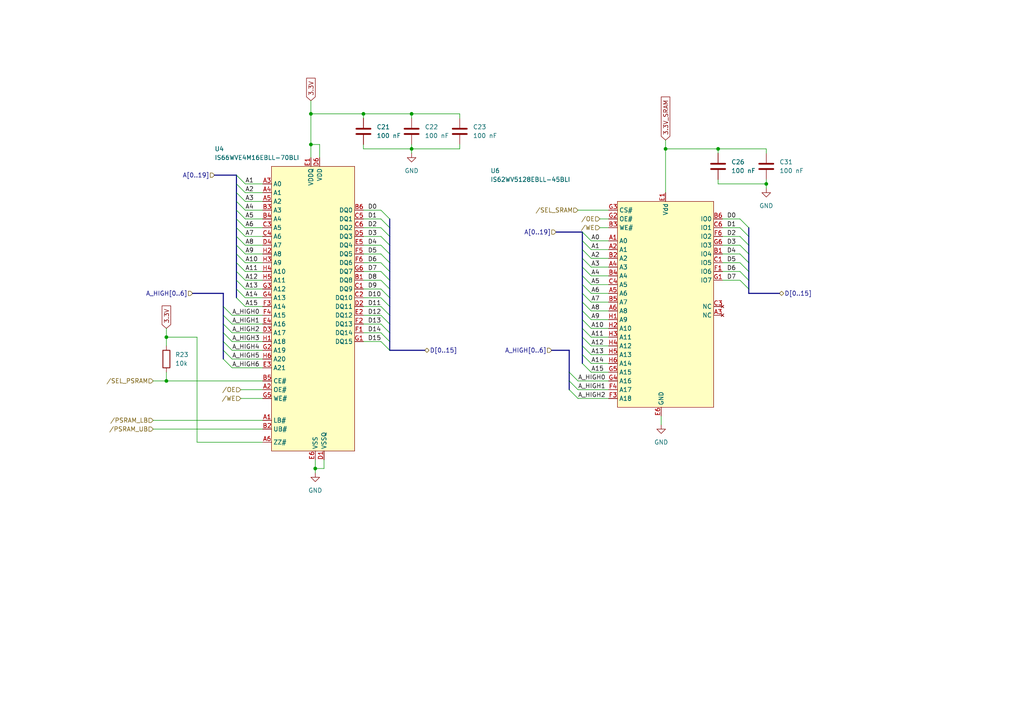
<source format=kicad_sch>
(kicad_sch (version 20230121) (generator eeschema)
  (paper "A4")
  (lib_symbols
    (symbol "Device:C" (pin_numbers hide) (pin_names (offset 0.254))
      (property "Reference" "C" (at 0.635 2.54 0))
      (property "Value" "C" (at 0.635 -2.54 0))
      (symbol "C_0_1"
        (polyline (pts (xy -2.032 -0.762) (xy 2.032 -0.762)) (stroke (width 0.508)))
        (polyline (pts (xy -2.032 0.762) (xy 2.032 0.762)) (stroke (width 0.508)))
      )
      (symbol "C_1_1"
        (pin passive line (at 0 3.81 270) (length 2.794) (name "~") (number "1"))
        (pin passive line (at 0 -3.81 90) (length 2.794) (name "~") (number "2"))
      )
    )
    (symbol "Device:R" (pin_numbers hide) (pin_names (offset 0))
      (property "Reference" "R" (at 2.032 0 90))
      (property "Value" "R" (at 0 0 90))
      (symbol "R_0_1"
        (rectangle (start -1.016 -2.54) (end 1.016 2.54) (stroke (width 0.254)))
      )
      (symbol "R_1_1"
        (pin passive line (at 0 3.81 270) (length 1.27) (name "~") (number "1"))
        (pin passive line (at 0 -3.81 90) (length 1.27) (name "~") (number "2"))
      )
    )
    (symbol "nileswan:IS62WV5128EBLL-45BLI"
      (property "Reference" "U" (at 0 0 0))
      (property "Value" "IS62WV5128EBLL-45BLI" (at 0 0 0))
      (symbol "IS62WV5128EBLL-45BLI_1_0"
        (pin no_connect line (at 24.13 -34.29 180) (length 2.54) (name "NC") (number "A3"))
        (pin no_connect line (at 24.13 -31.75 180) (length 2.54) (name "NC") (number "C3"))
      )
      (symbol "IS62WV5128EBLL-45BLI_1_1"
        (rectangle (start -6.35 -1.27) (end 21.59 -60.96) (fill (type background)))
        (pin input line (at -8.89 -12.7 0) (length 2.54) (name "A0") (number "A1"))
        (pin input line (at -8.89 -15.24 0) (length 2.54) (name "A1") (number "A2"))
        (pin input line (at -8.89 -20.32 0) (length 2.54) (name "A3") (number "A4"))
        (pin input line (at -8.89 -27.94 0) (length 2.54) (name "A6") (number "A5"))
        (pin input line (at -8.89 -33.02 0) (length 2.54) (name "A8") (number "A6"))
        (pin bidirectional line (at 24.13 -16.51 180) (length 2.54) (name "IO4") (number "B1"))
        (pin input line (at -8.89 -17.78 0) (length 2.54) (name "A2") (number "B2"))
        (pin input line (at -8.89 -8.89 0) (length 2.54) (name "WE#") (number "B3"))
        (pin input line (at -8.89 -22.86 0) (length 2.54) (name "A4") (number "B4"))
        (pin input line (at -8.89 -30.48 0) (length 2.54) (name "A7") (number "B5"))
        (pin bidirectional line (at 24.13 -6.35 180) (length 2.54) (name "IO0") (number "B6"))
        (pin bidirectional line (at 24.13 -19.05 180) (length 2.54) (name "IO5") (number "C1"))
        (pin input line (at -8.89 -25.4 0) (length 2.54) (name "A5") (number "C4"))
        (pin bidirectional line (at 24.13 -8.89 180) (length 2.54) (name "IO1") (number "C6"))
        (pin passive line (at 6.35 -63.5 90) (length 2.54) hide (name "GND") (number "D1"))
        (pin passive line (at 7.62 1.27 270) (length 2.54) hide (name "Vdd") (number "D6"))
        (pin power_in line (at 7.62 1.27 270) (length 2.54) (name "Vdd") (number "E1"))
        (pin power_in line (at 6.35 -63.5 90) (length 2.54) (name "GND") (number "E6"))
        (pin bidirectional line (at 24.13 -21.59 180) (length 2.54) (name "IO6") (number "F1"))
        (pin input line (at -8.89 -58.42 0) (length 2.54) (name "A18") (number "F3"))
        (pin input line (at -8.89 -55.88 0) (length 2.54) (name "A17") (number "F4"))
        (pin bidirectional line (at 24.13 -11.43 180) (length 2.54) (name "IO2") (number "F6"))
        (pin bidirectional line (at 24.13 -24.13 180) (length 2.54) (name "IO7") (number "G1"))
        (pin input line (at -8.89 -6.35 0) (length 2.54) (name "OE#") (number "G2"))
        (pin input line (at -8.89 -3.81 0) (length 2.54) (name "CS#") (number "G3"))
        (pin input line (at -8.89 -53.34 0) (length 2.54) (name "A16") (number "G4"))
        (pin input line (at -8.89 -50.8 0) (length 2.54) (name "A15") (number "G5"))
        (pin bidirectional line (at 24.13 -13.97 180) (length 2.54) (name "IO3") (number "G6"))
        (pin input line (at -8.89 -35.56 0) (length 2.54) (name "A9") (number "H1"))
        (pin input line (at -8.89 -38.1 0) (length 2.54) (name "A10") (number "H2"))
        (pin input line (at -8.89 -40.64 0) (length 2.54) (name "A11") (number "H3"))
        (pin input line (at -8.89 -43.18 0) (length 2.54) (name "A12") (number "H4"))
        (pin input line (at -8.89 -45.72 0) (length 2.54) (name "A13") (number "H5"))
        (pin input line (at -8.89 -48.26 0) (length 2.54) (name "A14") (number "H6"))
      )
    )
    (symbol "nileswan:IS66WVE4M16EBLL-70BLI"
      (property "Reference" "U" (at -2.54 44.45 0))
      (property "Value" "IS66WVE4M16EBLL-70BLI" (at -16.51 44.45 0))
      (symbol "IS66WVE4M16EBLL-70BLI_0_0"
        (pin input line (at -12.7 -30.48 0) (length 2.54) (name "LB#") (number "A1"))
        (pin input line (at -12.7 -21.59 0) (length 2.54) (name "OE#") (number "A2"))
        (pin input line (at -12.7 38.1 0) (length 2.54) (name "A0") (number "A3"))
        (pin input line (at -12.7 35.56 0) (length 2.54) (name "A1") (number "A4"))
        (pin input line (at -12.7 33.02 0) (length 2.54) (name "A2") (number "A5"))
        (pin input line (at -12.7 -36.83 0) (length 2.54) (name "ZZ#") (number "A6"))
        (pin bidirectional line (at 16.51 10.16 180) (length 2.54) (name "DQ8") (number "B1"))
        (pin input line (at -12.7 -33.02 0) (length 2.54) (name "UB#") (number "B2"))
        (pin input line (at -12.7 30.48 0) (length 2.54) (name "A3") (number "B3"))
        (pin input line (at -12.7 27.94 0) (length 2.54) (name "A4") (number "B4"))
        (pin input line (at -12.7 -19.05 0) (length 2.54) (name "CE#") (number "B5"))
        (pin bidirectional line (at 16.51 30.48 180) (length 2.54) (name "DQ0") (number "B6"))
        (pin bidirectional line (at 16.51 7.62 180) (length 2.54) (name "DQ9") (number "C1"))
        (pin bidirectional line (at 16.51 5.08 180) (length 2.54) (name "DQ10") (number "C2"))
        (pin input line (at -12.7 25.4 0) (length 2.54) (name "A5") (number "C3"))
        (pin input line (at -12.7 22.86 0) (length 2.54) (name "A6") (number "C4"))
        (pin bidirectional line (at 16.51 27.94 180) (length 2.54) (name "DQ1") (number "C5"))
        (pin bidirectional line (at 16.51 25.4 180) (length 2.54) (name "DQ2") (number "C6"))
        (pin power_in line (at 5.08 -41.91 90) (length 2.54) (name "VSSQ") (number "D1"))
        (pin bidirectional line (at 16.51 2.54 180) (length 2.54) (name "DQ11") (number "D2"))
        (pin input line (at -12.7 -5.08 0) (length 2.54) (name "A17") (number "D3"))
        (pin input line (at -12.7 20.32 0) (length 2.54) (name "A7") (number "D4"))
        (pin bidirectional line (at 16.51 22.86 180) (length 2.54) (name "DQ3") (number "D5"))
        (pin power_in line (at 3.81 45.72 270) (length 2.54) (name "VDD") (number "D6"))
        (pin power_in line (at 1.27 45.72 270) (length 2.54) (name "VDDQ") (number "E1"))
        (pin bidirectional line (at 16.51 0 180) (length 2.54) (name "DQ12") (number "E2"))
        (pin input line (at -12.7 -15.24 0) (length 2.54) (name "A21") (number "E3"))
        (pin input line (at -12.7 -2.54 0) (length 2.54) (name "A16") (number "E4"))
        (pin bidirectional line (at 16.51 20.32 180) (length 2.54) (name "DQ4") (number "E5"))
        (pin power_in line (at 2.54 -41.91 90) (length 2.54) (name "VSS") (number "E6"))
        (pin bidirectional line (at 16.51 -5.08 180) (length 2.54) (name "DQ14") (number "F1"))
        (pin bidirectional line (at 16.51 -2.54 180) (length 2.54) (name "DQ13") (number "F2"))
        (pin input line (at -12.7 2.54 0) (length 2.54) (name "A14") (number "F3"))
        (pin input line (at -12.7 0 0) (length 2.54) (name "A15") (number "F4"))
        (pin bidirectional line (at 16.51 17.78 180) (length 2.54) (name "DQ5") (number "F5"))
        (pin bidirectional line (at 16.51 15.24 180) (length 2.54) (name "DQ6") (number "F6"))
        (pin bidirectional line (at 16.51 -7.62 180) (length 2.54) (name "DQ15") (number "G1"))
        (pin input line (at -12.7 -10.16 0) (length 2.54) (name "A19") (number "G2"))
        (pin input line (at -12.7 7.62 0) (length 2.54) (name "A12") (number "G3"))
        (pin input line (at -12.7 5.08 0) (length 2.54) (name "A13") (number "G4"))
        (pin input line (at -12.7 -24.13 0) (length 2.54) (name "WE#") (number "G5"))
        (pin bidirectional line (at 16.51 12.7 180) (length 2.54) (name "DQ7") (number "G6"))
        (pin input line (at -12.7 -7.62 0) (length 2.54) (name "A18") (number "H1"))
        (pin input line (at -12.7 17.78 0) (length 2.54) (name "A8") (number "H2"))
        (pin input line (at -12.7 15.24 0) (length 2.54) (name "A9") (number "H3"))
        (pin input line (at -12.7 12.7 0) (length 2.54) (name "A10") (number "H4"))
        (pin input line (at -12.7 10.16 0) (length 2.54) (name "A11") (number "H5"))
        (pin input line (at -12.7 -12.7 0) (length 2.54) (name "A20") (number "H6"))
      )
      (symbol "IS66WVE4M16EBLL-70BLI_1_1"
        (rectangle (start -10.16 43.18) (end 13.97 -39.37) (fill (type background)))
      )
    )
    (symbol "power:GND" (power) (pin_names (offset 0))
      (property "Value" "GND" (at 0 -3.81 0))
      (symbol "GND_0_1"
        (polyline (pts (xy 0 0) (xy 0 -1.27) (xy 1.27 -1.27) (xy 0 -2.54) (xy -1.27 -1.27) (xy 0 -1.27)))
      )
      (symbol "GND_1_1"
        (pin power_in line (at 0 0 270) (length 0) hide (name "GND") (number "1"))
      )
    )
  )
  (junction (at 222.25 53.34))
  (junction (at 119.38 33.02))
  (junction (at 105.41 33.02))
  (junction (at 48.26 97.79))
  (junction (at 48.26 110.49))
  (junction (at 119.38 43.18))
  (junction (at 90.17 41.91))
  (junction (at 193.04 43.18))
  (junction (at 91.44 135.89))
  (junction (at 208.28 43.18))
  (junction (at 90.17 33.02))
  (bus_entry (at 110.49 66.04) (size 2.54 2.54))
  (bus_entry (at 110.49 83.82) (size 2.54 2.54))
  (bus_entry (at 71.12 63.5) (size -2.54 -2.54))
  (bus_entry (at 71.12 88.9) (size -2.54 -2.54))
  (bus_entry (at 71.12 81.28) (size -2.54 -2.54))
  (bus_entry (at 71.12 76.2) (size -2.54 -2.54))
  (bus_entry (at 214.63 76.2) (size 2.54 2.54))
  (bus_entry (at 171.45 97.79) (size -2.54 -2.54))
  (bus_entry (at 110.49 93.98) (size 2.54 2.54))
  (bus_entry (at 171.45 102.87) (size -2.54 -2.54))
  (bus_entry (at 171.45 80.01) (size -2.54 -2.54))
  (bus_entry (at 110.49 71.12) (size 2.54 2.54))
  (bus_entry (at 71.12 86.36) (size -2.54 -2.54))
  (bus_entry (at 67.31 101.6) (size -2.54 -2.54))
  (bus_entry (at 214.63 71.12) (size 2.54 2.54))
  (bus_entry (at 71.12 66.04) (size -2.54 -2.54))
  (bus_entry (at 214.63 81.28) (size 2.54 2.54))
  (bus_entry (at 171.45 74.93) (size -2.54 -2.54))
  (bus_entry (at 67.31 91.44) (size -2.54 -2.54))
  (bus_entry (at 71.12 73.66) (size -2.54 -2.54))
  (bus_entry (at 171.45 95.25) (size -2.54 -2.54))
  (bus_entry (at 171.45 87.63) (size -2.54 -2.54))
  (bus_entry (at 214.63 63.5) (size 2.54 2.54))
  (bus_entry (at 67.31 104.14) (size -2.54 -2.54))
  (bus_entry (at 171.45 85.09) (size -2.54 -2.54))
  (bus_entry (at 214.63 68.58) (size 2.54 2.54))
  (bus_entry (at 67.31 99.06) (size -2.54 -2.54))
  (bus_entry (at 167.64 113.03) (size -2.54 -2.54))
  (bus_entry (at 214.63 78.74) (size 2.54 2.54))
  (bus_entry (at 71.12 60.96) (size -2.54 -2.54))
  (bus_entry (at 110.49 78.74) (size 2.54 2.54))
  (bus_entry (at 110.49 91.44) (size 2.54 2.54))
  (bus_entry (at 71.12 83.82) (size -2.54 -2.54))
  (bus_entry (at 171.45 100.33) (size -2.54 -2.54))
  (bus_entry (at 214.63 66.04) (size 2.54 2.54))
  (bus_entry (at 71.12 78.74) (size -2.54 -2.54))
  (bus_entry (at 71.12 58.42) (size -2.54 -2.54))
  (bus_entry (at 67.31 96.52) (size -2.54 -2.54))
  (bus_entry (at 214.63 73.66) (size 2.54 2.54))
  (bus_entry (at 110.49 60.96) (size 2.54 2.54))
  (bus_entry (at 110.49 63.5) (size 2.54 2.54))
  (bus_entry (at 110.49 86.36) (size 2.54 2.54))
  (bus_entry (at 71.12 55.88) (size -2.54 -2.54))
  (bus_entry (at 110.49 68.58) (size 2.54 2.54))
  (bus_entry (at 110.49 81.28) (size 2.54 2.54))
  (bus_entry (at 171.45 69.85) (size -2.54 -2.54))
  (bus_entry (at 167.64 110.49) (size -2.54 -2.54))
  (bus_entry (at 171.45 77.47) (size -2.54 -2.54))
  (bus_entry (at 167.64 115.57) (size -2.54 -2.54))
  (bus_entry (at 171.45 107.95) (size -2.54 -2.54))
  (bus_entry (at 171.45 105.41) (size -2.54 -2.54))
  (bus_entry (at 171.45 90.17) (size -2.54 -2.54))
  (bus_entry (at 110.49 96.52) (size 2.54 2.54))
  (bus_entry (at 171.45 92.71) (size -2.54 -2.54))
  (bus_entry (at 110.49 99.06) (size 2.54 2.54))
  (bus_entry (at 67.31 106.68) (size -2.54 -2.54))
  (bus_entry (at 171.45 82.55) (size -2.54 -2.54))
  (bus_entry (at 71.12 53.34) (size -2.54 -2.54))
  (bus_entry (at 110.49 76.2) (size 2.54 2.54))
  (bus_entry (at 71.12 68.58) (size -2.54 -2.54))
  (bus_entry (at 171.45 72.39) (size -2.54 -2.54))
  (bus_entry (at 67.31 93.98) (size -2.54 -2.54))
  (bus_entry (at 71.12 71.12) (size -2.54 -2.54))
  (bus_entry (at 110.49 73.66) (size 2.54 2.54))
  (bus_entry (at 110.49 88.9) (size 2.54 2.54))
  (wire (pts (xy 105.41 73.66) (xy 110.49 73.66)))
  (wire (pts (xy 105.41 76.2) (xy 110.49 76.2)))
  (wire (pts (xy 193.04 43.18) (xy 193.04 55.88)))
  (wire (pts (xy 209.55 73.66) (xy 214.63 73.66)))
  (wire (pts (xy 105.41 71.12) (xy 110.49 71.12)))
  (wire (pts (xy 71.12 55.88) (xy 76.2 55.88)))
  (bus (pts (xy 113.03 96.52) (xy 113.03 99.06)))
  (bus (pts (xy 113.03 66.04) (xy 113.03 68.58)))
  (wire (pts (xy 173.99 66.04) (xy 176.53 66.04)))
  (wire (pts (xy 71.12 68.58) (xy 76.2 68.58)))
  (bus (pts (xy 168.91 85.09) (xy 168.91 82.55)))
  (wire (pts (xy 71.12 73.66) (xy 76.2 73.66)))
  (wire (pts (xy 67.31 104.14) (xy 76.2 104.14)))
  (wire (pts (xy 67.31 106.68) (xy 76.2 106.68)))
  (wire (pts (xy 48.26 95.25) (xy 48.26 97.79)))
  (wire (pts (xy 67.31 96.52) (xy 76.2 96.52)))
  (wire (pts (xy 105.41 83.82) (xy 110.49 83.82)))
  (bus (pts (xy 64.77 101.6) (xy 64.77 104.14)))
  (bus (pts (xy 113.03 86.36) (xy 113.03 88.9)))
  (bus (pts (xy 168.91 82.55) (xy 168.91 80.01)))
  (bus (pts (xy 168.91 74.93) (xy 168.91 72.39)))
  (bus (pts (xy 165.1 101.6) (xy 160.02 101.6)))
  (wire (pts (xy 48.26 107.95) (xy 48.26 110.49)))
  (wire (pts (xy 209.55 68.58) (xy 214.63 68.58)))
  (wire (pts (xy 67.31 101.6) (xy 76.2 101.6)))
  (bus (pts (xy 217.17 71.12) (xy 217.17 73.66)))
  (wire (pts (xy 209.55 76.2) (xy 214.63 76.2)))
  (wire (pts (xy 209.55 78.74) (xy 214.63 78.74)))
  (wire (pts (xy 119.38 43.18) (xy 119.38 44.45)))
  (bus (pts (xy 217.17 76.2) (xy 217.17 78.74)))
  (wire (pts (xy 171.45 107.95) (xy 176.53 107.95)))
  (bus (pts (xy 168.91 97.79) (xy 168.91 95.25)))
  (wire (pts (xy 71.12 66.04) (xy 76.2 66.04)))
  (bus (pts (xy 217.17 83.82) (xy 217.17 85.09)))
  (wire (pts (xy 105.41 41.91) (xy 105.41 43.18)))
  (bus (pts (xy 64.77 91.44) (xy 64.77 88.9)))
  (wire (pts (xy 105.41 88.9) (xy 110.49 88.9)))
  (wire (pts (xy 209.55 71.12) (xy 214.63 71.12)))
  (bus (pts (xy 113.03 78.74) (xy 113.03 81.28)))
  (bus (pts (xy 217.17 73.66) (xy 217.17 76.2)))
  (wire (pts (xy 171.45 74.93) (xy 176.53 74.93)))
  (wire (pts (xy 105.41 96.52) (xy 110.49 96.52)))
  (wire (pts (xy 167.64 60.96) (xy 176.53 60.96)))
  (wire (pts (xy 208.28 53.34) (xy 208.28 52.07)))
  (bus (pts (xy 68.58 50.8) (xy 62.23 50.8)))
  (bus (pts (xy 113.03 91.44) (xy 113.03 93.98)))
  (wire (pts (xy 92.71 41.91) (xy 90.17 41.91)))
  (wire (pts (xy 71.12 63.5) (xy 76.2 63.5)))
  (wire (pts (xy 90.17 33.02) (xy 105.41 33.02)))
  (wire (pts (xy 167.64 113.03) (xy 176.53 113.03)))
  (wire (pts (xy 171.45 82.55) (xy 176.53 82.55)))
  (bus (pts (xy 68.58 86.36) (xy 68.58 83.82)))
  (wire (pts (xy 171.45 100.33) (xy 176.53 100.33)))
  (bus (pts (xy 68.58 71.12) (xy 68.58 68.58)))
  (bus (pts (xy 68.58 63.5) (xy 68.58 60.96)))
  (bus (pts (xy 64.77 93.98) (xy 64.77 91.44)))
  (wire (pts (xy 67.31 99.06) (xy 76.2 99.06)))
  (bus (pts (xy 64.77 96.52) (xy 64.77 93.98)))
  (wire (pts (xy 105.41 33.02) (xy 119.38 33.02)))
  (wire (pts (xy 105.41 86.36) (xy 110.49 86.36)))
  (bus (pts (xy 68.58 73.66) (xy 68.58 71.12)))
  (bus (pts (xy 64.77 88.9) (xy 64.77 85.09)))
  (bus (pts (xy 168.91 69.85) (xy 168.91 67.31)))
  (wire (pts (xy 48.26 97.79) (xy 48.26 100.33)))
  (wire (pts (xy 44.45 121.92) (xy 76.2 121.92)))
  (bus (pts (xy 113.03 63.5) (xy 113.03 66.04)))
  (bus (pts (xy 217.17 68.58) (xy 217.17 71.12)))
  (wire (pts (xy 133.35 34.29) (xy 133.35 33.02)))
  (wire (pts (xy 69.85 113.03) (xy 76.2 113.03)))
  (wire (pts (xy 119.38 43.18) (xy 133.35 43.18)))
  (bus (pts (xy 165.1 110.49) (xy 165.1 107.95)))
  (wire (pts (xy 105.41 81.28) (xy 110.49 81.28)))
  (wire (pts (xy 91.44 135.89) (xy 91.44 137.16)))
  (wire (pts (xy 71.12 83.82) (xy 76.2 83.82)))
  (wire (pts (xy 71.12 53.34) (xy 76.2 53.34)))
  (wire (pts (xy 171.45 77.47) (xy 176.53 77.47)))
  (wire (pts (xy 92.71 45.72) (xy 92.71 41.91)))
  (bus (pts (xy 217.17 81.28) (xy 217.17 83.82)))
  (bus (pts (xy 168.91 100.33) (xy 168.91 102.87)))
  (bus (pts (xy 165.1 113.03) (xy 165.1 110.49)))
  (bus (pts (xy 68.58 76.2) (xy 68.58 73.66)))
  (wire (pts (xy 209.55 63.5) (xy 214.63 63.5)))
  (wire (pts (xy 71.12 88.9) (xy 76.2 88.9)))
  (wire (pts (xy 222.25 53.34) (xy 222.25 52.07)))
  (wire (pts (xy 90.17 33.02) (xy 90.17 41.91)))
  (wire (pts (xy 171.45 72.39) (xy 176.53 72.39)))
  (wire (pts (xy 171.45 97.79) (xy 176.53 97.79)))
  (wire (pts (xy 48.26 110.49) (xy 76.2 110.49)))
  (bus (pts (xy 168.91 102.87) (xy 168.91 105.41)))
  (wire (pts (xy 208.28 43.18) (xy 222.25 43.18)))
  (wire (pts (xy 69.85 115.57) (xy 76.2 115.57)))
  (wire (pts (xy 171.45 85.09) (xy 176.53 85.09)))
  (wire (pts (xy 71.12 78.74) (xy 76.2 78.74)))
  (bus (pts (xy 113.03 99.06) (xy 113.03 101.6)))
  (wire (pts (xy 71.12 76.2) (xy 76.2 76.2)))
  (bus (pts (xy 217.17 85.09) (xy 226.06 85.09)))
  (wire (pts (xy 171.45 87.63) (xy 176.53 87.63)))
  (wire (pts (xy 44.45 124.46) (xy 76.2 124.46)))
  (wire (pts (xy 171.45 92.71) (xy 176.53 92.71)))
  (bus (pts (xy 64.77 99.06) (xy 64.77 96.52)))
  (bus (pts (xy 68.58 78.74) (xy 68.58 76.2)))
  (wire (pts (xy 105.41 33.02) (xy 105.41 34.29)))
  (wire (pts (xy 133.35 41.91) (xy 133.35 43.18)))
  (wire (pts (xy 119.38 33.02) (xy 133.35 33.02)))
  (bus (pts (xy 68.58 58.42) (xy 68.58 55.88)))
  (wire (pts (xy 71.12 58.42) (xy 76.2 58.42)))
  (bus (pts (xy 168.91 90.17) (xy 168.91 87.63)))
  (wire (pts (xy 67.31 93.98) (xy 76.2 93.98)))
  (wire (pts (xy 105.41 78.74) (xy 110.49 78.74)))
  (wire (pts (xy 171.45 102.87) (xy 176.53 102.87)))
  (wire (pts (xy 90.17 29.21) (xy 90.17 33.02)))
  (bus (pts (xy 113.03 101.6) (xy 123.19 101.6)))
  (bus (pts (xy 68.58 53.34) (xy 68.58 50.8)))
  (wire (pts (xy 93.98 135.89) (xy 91.44 135.89)))
  (bus (pts (xy 68.58 68.58) (xy 68.58 66.04)))
  (wire (pts (xy 171.45 90.17) (xy 176.53 90.17)))
  (wire (pts (xy 119.38 41.91) (xy 119.38 43.18)))
  (bus (pts (xy 55.88 85.09) (xy 64.77 85.09)))
  (wire (pts (xy 171.45 95.25) (xy 176.53 95.25)))
  (wire (pts (xy 71.12 86.36) (xy 76.2 86.36)))
  (bus (pts (xy 113.03 76.2) (xy 113.03 78.74)))
  (bus (pts (xy 217.17 78.74) (xy 217.17 81.28)))
  (bus (pts (xy 168.91 95.25) (xy 168.91 92.71)))
  (bus (pts (xy 217.17 66.04) (xy 217.17 68.58)))
  (wire (pts (xy 193.04 40.64) (xy 193.04 43.18)))
  (wire (pts (xy 105.41 99.06) (xy 110.49 99.06)))
  (bus (pts (xy 68.58 81.28) (xy 68.58 78.74)))
  (wire (pts (xy 57.15 97.79) (xy 48.26 97.79)))
  (wire (pts (xy 71.12 71.12) (xy 76.2 71.12)))
  (bus (pts (xy 168.91 72.39) (xy 168.91 69.85)))
  (wire (pts (xy 105.41 60.96) (xy 110.49 60.96)))
  (bus (pts (xy 168.91 97.79) (xy 168.91 100.33)))
  (wire (pts (xy 171.45 105.41) (xy 176.53 105.41)))
  (bus (pts (xy 113.03 93.98) (xy 113.03 96.52)))
  (wire (pts (xy 222.25 53.34) (xy 208.28 53.34)))
  (bus (pts (xy 113.03 68.58) (xy 113.03 71.12)))
  (bus (pts (xy 113.03 88.9) (xy 113.03 91.44)))
  (bus (pts (xy 168.91 80.01) (xy 168.91 77.47)))
  (bus (pts (xy 168.91 92.71) (xy 168.91 90.17)))
  (wire (pts (xy 209.55 66.04) (xy 214.63 66.04)))
  (bus (pts (xy 168.91 67.31) (xy 161.29 67.31)))
  (wire (pts (xy 91.44 133.35) (xy 91.44 135.89)))
  (wire (pts (xy 173.99 63.5) (xy 176.53 63.5)))
  (wire (pts (xy 71.12 60.96) (xy 76.2 60.96)))
  (wire (pts (xy 209.55 81.28) (xy 214.63 81.28)))
  (bus (pts (xy 113.03 81.28) (xy 113.03 83.82)))
  (wire (pts (xy 105.41 91.44) (xy 110.49 91.44)))
  (wire (pts (xy 90.17 41.91) (xy 90.17 45.72)))
  (wire (pts (xy 119.38 33.02) (xy 119.38 34.29)))
  (wire (pts (xy 67.31 91.44) (xy 76.2 91.44)))
  (wire (pts (xy 105.41 93.98) (xy 110.49 93.98)))
  (wire (pts (xy 105.41 66.04) (xy 110.49 66.04)))
  (wire (pts (xy 191.77 120.65) (xy 191.77 123.19)))
  (bus (pts (xy 113.03 71.12) (xy 113.03 73.66)))
  (wire (pts (xy 76.2 128.27) (xy 57.15 128.27)))
  (bus (pts (xy 113.03 83.82) (xy 113.03 86.36)))
  (wire (pts (xy 208.28 44.45) (xy 208.28 43.18)))
  (wire (pts (xy 193.04 43.18) (xy 208.28 43.18)))
  (bus (pts (xy 165.1 101.6) (xy 165.1 107.95)))
  (wire (pts (xy 105.41 63.5) (xy 110.49 63.5)))
  (wire (pts (xy 167.64 115.57) (xy 176.53 115.57)))
  (bus (pts (xy 68.58 83.82) (xy 68.58 81.28)))
  (wire (pts (xy 171.45 80.01) (xy 176.53 80.01)))
  (wire (pts (xy 71.12 81.28) (xy 76.2 81.28)))
  (wire (pts (xy 222.25 43.18) (xy 222.25 44.45)))
  (wire (pts (xy 44.45 110.49) (xy 48.26 110.49)))
  (wire (pts (xy 105.41 68.58) (xy 110.49 68.58)))
  (bus (pts (xy 68.58 60.96) (xy 68.58 58.42)))
  (bus (pts (xy 168.91 87.63) (xy 168.91 85.09)))
  (bus (pts (xy 64.77 101.6) (xy 64.77 99.06)))
  (bus (pts (xy 168.91 77.47) (xy 168.91 74.93)))
  (wire (pts (xy 171.45 69.85) (xy 176.53 69.85)))
  (wire (pts (xy 93.98 133.35) (xy 93.98 135.89)))
  (wire (pts (xy 57.15 97.79) (xy 57.15 128.27)))
  (bus (pts (xy 68.58 66.04) (xy 68.58 63.5)))
  (bus (pts (xy 68.58 55.88) (xy 68.58 53.34)))
  (wire (pts (xy 167.64 110.49) (xy 176.53 110.49)))
  (bus (pts (xy 113.03 73.66) (xy 113.03 76.2)))
  (wire (pts (xy 105.41 43.18) (xy 119.38 43.18)))
  (wire (pts (xy 222.25 54.61) (xy 222.25 53.34)))
  (label "D4" (at 106.68 71.12 0))
  (label "A3" (at 171.45 77.47 0))
  (label "A9" (at 171.45 92.71 0))
  (label "A15" (at 171.45 107.95 0))
  (label "A7" (at 171.45 87.63 0))
  (label "D0" (at 210.82 63.5 0))
  (label "D5" (at 106.68 73.66 0))
  (label "A13" (at 171.45 102.87 0))
  (label "A_HIGH2" (at 167.64 115.57 0))
  (label "A6" (at 171.45 85.09 0))
  (label "A_HIGH0" (at 67.31 91.44 0))
  (label "A2" (at 171.45 74.93 0))
  (label "A5" (at 71.12 63.5 0))
  (label "D7" (at 106.68 78.74 0))
  (label "A4" (at 171.45 80.01 0))
  (label "A_HIGH5" (at 67.31 104.14 0))
  (label "A14" (at 171.45 105.41 0))
  (label "A10" (at 71.12 76.2 0))
  (label "A_HIGH3" (at 67.31 99.06 0))
  (label "A1" (at 171.45 72.39 0))
  (label "A8" (at 171.45 90.17 0))
  (label "A_HIGH4" (at 67.31 101.6 0))
  (label "A4" (at 71.12 60.96 0))
  (label "A_HIGH1" (at 67.31 93.98 0))
  (label "D3" (at 106.68 68.58 0))
  (label "A11" (at 171.45 97.79 0))
  (label "A3" (at 71.12 58.42 0))
  (label "A_HIGH0" (at 167.64 110.49 0))
  (label "A_HIGH1" (at 167.64 113.03 0))
  (label "A_HIGH6" (at 67.31 106.68 0))
  (label "D10" (at 106.68 86.36 0))
  (label "A14" (at 71.12 86.36 0))
  (label "D14" (at 106.68 96.52 0))
  (label "A11" (at 71.12 78.74 0))
  (label "D3" (at 210.82 71.12 0))
  (label "A1" (at 71.12 53.34 0))
  (label "A6" (at 71.12 66.04 0))
  (label "D5" (at 210.82 76.2 0))
  (label "D1" (at 106.68 63.5 0))
  (label "D2" (at 210.82 68.58 0))
  (label "A7" (at 71.12 68.58 0))
  (label "D4" (at 210.82 73.66 0))
  (label "D11" (at 106.68 88.9 0))
  (label "D1" (at 210.82 66.04 0))
  (label "D7" (at 210.82 81.28 0))
  (label "A8" (at 71.12 71.12 0))
  (label "A5" (at 171.45 82.55 0))
  (label "D6" (at 210.82 78.74 0))
  (label "A13" (at 71.12 83.82 0))
  (label "A0" (at 171.45 69.85 0))
  (label "D0" (at 106.68 60.96 0))
  (label "A2" (at 71.12 55.88 0))
  (label "D2" (at 106.68 66.04 0))
  (label "A10" (at 171.45 95.25 0))
  (label "D9" (at 106.68 83.82 0))
  (label "D12" (at 106.68 91.44 0))
  (label "A12" (at 71.12 81.28 0))
  (label "D6" (at 106.68 76.2 0))
  (label "A9" (at 71.12 73.66 0))
  (label "D15" (at 106.68 99.06 0))
  (label "A12" (at 171.45 100.33 0))
  (label "D13" (at 106.68 93.98 0))
  (label "A15" (at 71.12 88.9 0))
  (label "A_HIGH2" (at 67.31 96.52 0))
  (label "D8" (at 106.68 81.28 0))
  (global_label "3.3V" (shape input) (at 90.17 29.21 90) (property "Intersheetrefs" "${INTERSHEET_REFS}" (effects hide)))
  (global_label "3.3V_SRAM" (shape input) (at 193.04 40.64 90) (property "Intersheetrefs" "${INTERSHEET_REFS}" (effects hide)))
  (global_label "3.3V" (shape input) (at 48.26 95.25 90) (property "Intersheetrefs" "${INTERSHEET_REFS}" (effects hide)))
  (hierarchical_label "{slash}OE" (shape input) (at 69.85 113.03 180))
  (hierarchical_label "A[0..19]" (shape input) (at 161.29 67.31 180))
  (hierarchical_label "D[0..15]" (shape bidirectional) (at 123.19 101.6 0))
  (hierarchical_label "{slash}PSRAM_LB" (shape input) (at 44.45 121.92 180))
  (hierarchical_label "{slash}OE" (shape input) (at 173.99 63.5 180))
  (hierarchical_label "{slash}PSRAM_UB" (shape input) (at 44.45 124.46 180))
  (hierarchical_label "{slash}SEL_PSRAM" (shape input) (at 44.45 110.49 180))
  (hierarchical_label "A_HIGH[0..6]" (shape input) (at 55.88 85.09 180))
  (hierarchical_label "{slash}WE" (shape input) (at 69.85 115.57 180))
  (hierarchical_label "D[0..15]" (shape bidirectional) (at 226.06 85.09 0))
  (hierarchical_label "A[0..19]" (shape input) (at 62.23 50.8 180))
  (hierarchical_label "A_HIGH[0..6]" (shape input) (at 160.02 101.6 180))
  (hierarchical_label "{slash}WE" (shape input) (at 173.99 66.04 180))
  (hierarchical_label "{slash}SEL_SRAM" (shape input) (at 167.64 60.96 180))
  (symbol (lib_id "Device:C") (at 105.41 38.1 180) (unit 1)
    (property "Reference" "C21" (at 109.22 36.83 0) (effects (justify right)))
    (property "Value" "100 nF" (at 109.22 39.37 0) (effects (justify right)))
    (property "Footprint" "Capacitor_SMD:C_0402_1005Metric" (effects hide))
  )
  (symbol (lib_id "power:GND") (at 91.44 137.16 0) (unit 1)
    (property "Reference" "#PWR021" (effects hide))
    (property "Value" "GND" (at 91.44 142.24 0))
  )
  (symbol (lib_id "power:GND") (at 191.77 123.19 0) (unit 1)
    (property "Reference" "#PWR027" (effects hide))
    (property "Value" "GND" (at 191.77 128.27 0))
  )
  (symbol (lib_id "nileswan:IS62WV5128EBLL-45BLI") (at 185.42 57.15 0) (unit 1)
    (property "Reference" "U6" (at 142.24 49.53 0) (effects (justify left)))
    (property "Value" "IS62WV5128EBLL-45BLI" (at 142.24 52.07 0) (effects (justify left)))
    (property "Footprint" "nileswan:BGA-36_6x8_6.0x8.0mm" (effects hide))
    (property "Datasheet" "https://www.issi.com/WW/pdf/62-65WV5128EALL-BLL.pdf" (effects hide))
  )
  (symbol (lib_id "Device:C") (at 119.38 38.1 180) (unit 1)
    (property "Reference" "C22" (at 123.19 36.83 0) (effects (justify right)))
    (property "Value" "100 nF" (at 123.19 39.37 0) (effects (justify right)))
    (property "Footprint" "Capacitor_SMD:C_0402_1005Metric" (effects hide))
  )
  (symbol (lib_id "power:GND") (at 222.25 54.61 0) (unit 1)
    (property "Reference" "#PWR026" (effects hide))
    (property "Value" "GND" (at 222.25 59.69 0))
  )
  (symbol (lib_id "Device:R") (at 48.26 104.14 0) (unit 1)
    (property "Reference" "R23" (at 50.8 102.87 0) (effects (justify left)))
    (property "Value" "10k" (at 50.8 105.41 0) (effects (justify left)))
    (property "Footprint" "Resistor_SMD:R_0402_1005Metric" (effects hide))
  )
  (symbol (lib_id "Device:C") (at 133.35 38.1 180) (unit 1)
    (property "Reference" "C23" (at 137.16 36.83 0) (effects (justify right)))
    (property "Value" "100 nF" (at 137.16 39.37 0) (effects (justify right)))
    (property "Footprint" "Capacitor_SMD:C_0402_1005Metric" (effects hide))
  )
  (symbol (lib_id "power:GND") (at 119.38 44.45 0) (unit 1)
    (property "Reference" "#PWR022" (effects hide))
    (property "Value" "GND" (at 119.38 49.53 0))
  )
  (symbol (lib_id "nileswan:IS66WVE4M16EBLL-70BLI") (at 88.9 91.44 0) (unit 1)
    (property "Reference" "U4" (at 62.23 43.18 0) (effects (justify left)))
    (property "Value" "IS66WVE4M16EBLL-70BLI" (at 62.23 45.72 0) (effects (justify left)))
    (property "Footprint" "nileswan:BGA-48_6x8_6.0x8.0mm" (effects hide))
  )
  (symbol (lib_id "Device:C") (at 208.28 48.26 180) (unit 1)
    (property "Reference" "C26" (at 212.09 46.99 0) (effects (justify right)))
    (property "Value" "100 nF" (at 212.09 49.53 0) (effects (justify right)))
    (property "Footprint" "Capacitor_SMD:C_0402_1005Metric" (effects hide))
  )
  (symbol (lib_id "Device:C") (at 222.25 48.26 180) (unit 1)
    (property "Reference" "C31" (at 226.06 46.99 0) (effects (justify right)))
    (property "Value" "100 nF" (at 226.06 49.53 0) (effects (justify right)))
    (property "Footprint" "Capacitor_SMD:C_0402_1005Metric" (effects hide))
  )
)
</source>
